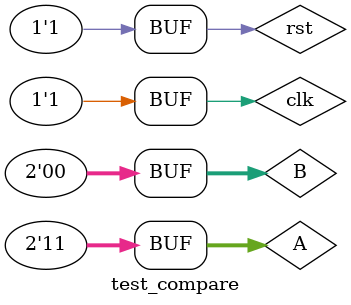
<source format=v>


module test_compare();
	reg clk;
	reg rst;
	reg[1:0] A,B;
	wire AGTB;
	wire AEQB;
	wire ALTB;

	compare U1(
		.clk(clk),
		.rst(rst),
		.A(A),
		.B(B),
		.AGTB(AGTB),
		.AEQB(AEQB),
		.ALTB(ALTB));

	initial begin
		rst = 0;
		#1000000;
		rst = 1;
	end

	always begin
		clk <= 0;
		#10;
		clk <= 1;
		#10;
	end
	always begin
		A <= 2'b00;
		B <= 2'b00;
		#100;
		A <= 2'b00;
		B <= 2'b01;
		#100;
		A <= 2'b00;
		B <= 2'b10;
		#100;
		A <= 2'b00;
		B <= 2'b11;
		#100;
		A <= 2'b00;
		B <= 2'b00;
		#100;
		A <= 2'b01;
		B <= 2'b00;
		#100;
		A <= 2'b10;
		B <= 2'b00;
		#100;
		A <= 2'b11;
		B <= 2'b00;
		#100;
	end
endmodule

</source>
